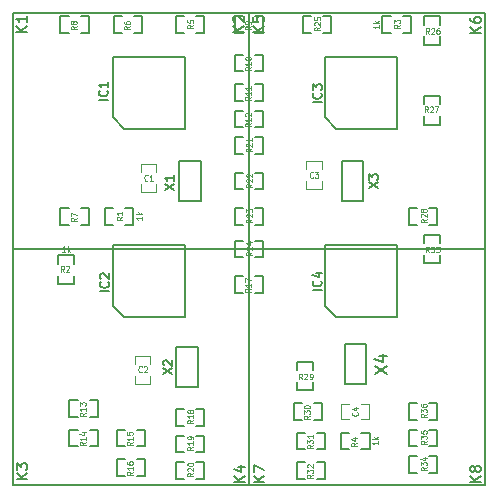
<source format=gto>
G04 (created by PCBNEW (2013-mar-13)-testing) date Wed 23 Jul 2014 10:13:11 AM PDT*
%MOIN*%
G04 Gerber Fmt 3.4, Leading zero omitted, Abs format*
%FSLAX34Y34*%
G01*
G70*
G90*
G04 APERTURE LIST*
%ADD10C,0.005906*%
%ADD11C,0.008000*%
%ADD12C,0.004700*%
%ADD13C,0.006000*%
%ADD14C,0.005000*%
%ADD15C,0.004500*%
G04 APERTURE END LIST*
G54D10*
G54D11*
X35283Y-35318D02*
X34933Y-35318D01*
X35283Y-35118D02*
X35083Y-35268D01*
X34933Y-35118D02*
X35133Y-35318D01*
X35083Y-34918D02*
X35066Y-34951D01*
X35050Y-34968D01*
X35016Y-34985D01*
X35000Y-34985D01*
X34966Y-34968D01*
X34950Y-34951D01*
X34933Y-34918D01*
X34933Y-34851D01*
X34950Y-34818D01*
X34966Y-34801D01*
X35000Y-34785D01*
X35016Y-34785D01*
X35050Y-34801D01*
X35066Y-34818D01*
X35083Y-34851D01*
X35083Y-34918D01*
X35100Y-34951D01*
X35116Y-34968D01*
X35150Y-34985D01*
X35216Y-34985D01*
X35250Y-34968D01*
X35266Y-34951D01*
X35283Y-34918D01*
X35283Y-34851D01*
X35266Y-34818D01*
X35250Y-34801D01*
X35216Y-34785D01*
X35150Y-34785D01*
X35116Y-34801D01*
X35100Y-34818D01*
X35083Y-34851D01*
X28063Y-35308D02*
X27713Y-35308D01*
X28063Y-35108D02*
X27863Y-35258D01*
X27713Y-35108D02*
X27913Y-35308D01*
X27713Y-34991D02*
X27713Y-34758D01*
X28063Y-34908D01*
X35293Y-20353D02*
X34943Y-20353D01*
X35293Y-20153D02*
X35093Y-20303D01*
X34943Y-20153D02*
X35143Y-20353D01*
X34943Y-19853D02*
X34943Y-19920D01*
X34960Y-19953D01*
X34976Y-19970D01*
X35026Y-20003D01*
X35093Y-20020D01*
X35226Y-20020D01*
X35260Y-20003D01*
X35276Y-19986D01*
X35293Y-19953D01*
X35293Y-19886D01*
X35276Y-19853D01*
X35260Y-19836D01*
X35226Y-19820D01*
X35143Y-19820D01*
X35110Y-19836D01*
X35093Y-19853D01*
X35076Y-19886D01*
X35076Y-19953D01*
X35093Y-19986D01*
X35110Y-20003D01*
X35143Y-20020D01*
X28058Y-20333D02*
X27708Y-20333D01*
X28058Y-20133D02*
X27858Y-20283D01*
X27708Y-20133D02*
X27908Y-20333D01*
X27708Y-19816D02*
X27708Y-19983D01*
X27875Y-20000D01*
X27858Y-19983D01*
X27841Y-19950D01*
X27841Y-19866D01*
X27858Y-19833D01*
X27875Y-19816D01*
X27908Y-19800D01*
X27991Y-19800D01*
X28025Y-19816D01*
X28041Y-19833D01*
X28058Y-19866D01*
X28058Y-19950D01*
X28041Y-19983D01*
X28025Y-20000D01*
X27423Y-35308D02*
X27073Y-35308D01*
X27423Y-35108D02*
X27223Y-35258D01*
X27073Y-35108D02*
X27273Y-35308D01*
X27190Y-34808D02*
X27423Y-34808D01*
X27056Y-34891D02*
X27306Y-34975D01*
X27306Y-34758D01*
X20163Y-35238D02*
X19813Y-35238D01*
X20163Y-35038D02*
X19963Y-35188D01*
X19813Y-35038D02*
X20013Y-35238D01*
X19813Y-34921D02*
X19813Y-34705D01*
X19946Y-34821D01*
X19946Y-34771D01*
X19963Y-34738D01*
X19980Y-34721D01*
X20013Y-34705D01*
X20096Y-34705D01*
X20130Y-34721D01*
X20146Y-34738D01*
X20163Y-34771D01*
X20163Y-34871D01*
X20146Y-34905D01*
X20130Y-34921D01*
X27388Y-20318D02*
X27038Y-20318D01*
X27388Y-20118D02*
X27188Y-20268D01*
X27038Y-20118D02*
X27238Y-20318D01*
X27071Y-19985D02*
X27055Y-19968D01*
X27038Y-19935D01*
X27038Y-19851D01*
X27055Y-19818D01*
X27071Y-19801D01*
X27105Y-19785D01*
X27138Y-19785D01*
X27188Y-19801D01*
X27388Y-20001D01*
X27388Y-19785D01*
X20158Y-20328D02*
X19808Y-20328D01*
X20158Y-20128D02*
X19958Y-20278D01*
X19808Y-20128D02*
X20008Y-20328D01*
X20158Y-19795D02*
X20158Y-19995D01*
X20158Y-19895D02*
X19808Y-19895D01*
X19858Y-19928D01*
X19891Y-19961D01*
X19908Y-19995D01*
G54D12*
X23956Y-25393D02*
X23956Y-25668D01*
X23956Y-24999D02*
X23956Y-24724D01*
X24468Y-25393D02*
X24468Y-25668D01*
X24468Y-24724D02*
X24468Y-24999D01*
X24462Y-25668D02*
X23962Y-25668D01*
X23962Y-24724D02*
X24462Y-24724D01*
G54D10*
X23622Y-19685D02*
X27559Y-19685D01*
X27559Y-19685D02*
X27559Y-27559D01*
X27559Y-27559D02*
X19685Y-27559D01*
X19685Y-27559D02*
X19685Y-19685D01*
X19685Y-19685D02*
X23818Y-19685D01*
X23622Y-27559D02*
X27559Y-27559D01*
X27559Y-27559D02*
X27559Y-35433D01*
X27559Y-35433D02*
X19685Y-35433D01*
X19685Y-35433D02*
X19685Y-27559D01*
X19685Y-27559D02*
X23818Y-27559D01*
X31496Y-19685D02*
X35433Y-19685D01*
X35433Y-19685D02*
X35433Y-27559D01*
X35433Y-27559D02*
X27559Y-27559D01*
X27559Y-27559D02*
X27559Y-19685D01*
X27559Y-19685D02*
X31692Y-19685D01*
X31496Y-27559D02*
X35433Y-27559D01*
X35433Y-27559D02*
X35433Y-35433D01*
X35433Y-35433D02*
X27559Y-35433D01*
X27559Y-35433D02*
X27559Y-27559D01*
X27559Y-27559D02*
X31692Y-27559D01*
G54D11*
X25236Y-25964D02*
X25236Y-24626D01*
X25236Y-24626D02*
X25944Y-24626D01*
X25944Y-24626D02*
X25944Y-25964D01*
X25944Y-25964D02*
X25236Y-25964D01*
X25138Y-32165D02*
X25138Y-30827D01*
X25138Y-30827D02*
X25846Y-30827D01*
X25846Y-30827D02*
X25846Y-32165D01*
X25846Y-32165D02*
X25138Y-32165D01*
X31357Y-24626D02*
X31357Y-25964D01*
X31357Y-25964D02*
X30649Y-25964D01*
X30649Y-25964D02*
X30649Y-24626D01*
X30649Y-24626D02*
X31357Y-24626D01*
X31456Y-30728D02*
X31456Y-32066D01*
X31456Y-32066D02*
X30748Y-32066D01*
X30748Y-32066D02*
X30748Y-30728D01*
X30748Y-30728D02*
X31456Y-30728D01*
G54D12*
X23759Y-31791D02*
X23759Y-32066D01*
X23759Y-31397D02*
X23759Y-31122D01*
X24271Y-31791D02*
X24271Y-32066D01*
X24271Y-31122D02*
X24271Y-31397D01*
X24265Y-32066D02*
X23765Y-32066D01*
X23765Y-31122D02*
X24265Y-31122D01*
G54D13*
X23012Y-23167D02*
X23012Y-21517D01*
X23012Y-21517D02*
X23012Y-21142D01*
X23012Y-21142D02*
X25412Y-21142D01*
X25412Y-21142D02*
X25412Y-23542D01*
X25412Y-23542D02*
X23387Y-23542D01*
X23387Y-23542D02*
X23012Y-23167D01*
X23012Y-29466D02*
X23012Y-27816D01*
X23012Y-27816D02*
X23012Y-27441D01*
X23012Y-27441D02*
X25412Y-27441D01*
X25412Y-27441D02*
X25412Y-29841D01*
X25412Y-29841D02*
X23387Y-29841D01*
X23387Y-29841D02*
X23012Y-29466D01*
X30099Y-23167D02*
X30099Y-21517D01*
X30099Y-21517D02*
X30099Y-21142D01*
X30099Y-21142D02*
X32499Y-21142D01*
X32499Y-21142D02*
X32499Y-23542D01*
X32499Y-23542D02*
X30474Y-23542D01*
X30474Y-23542D02*
X30099Y-23167D01*
X30099Y-29466D02*
X30099Y-27816D01*
X30099Y-27816D02*
X30099Y-27441D01*
X30099Y-27441D02*
X32499Y-27441D01*
X32499Y-27441D02*
X32499Y-29841D01*
X32499Y-29841D02*
X30474Y-29841D01*
X30474Y-29841D02*
X30099Y-29466D01*
G54D12*
X29468Y-25295D02*
X29468Y-25570D01*
X29468Y-24901D02*
X29468Y-24626D01*
X29980Y-25295D02*
X29980Y-25570D01*
X29980Y-24626D02*
X29980Y-24901D01*
X29974Y-25570D02*
X29474Y-25570D01*
X29474Y-24626D02*
X29974Y-24626D01*
X31299Y-33228D02*
X31574Y-33228D01*
X30905Y-33228D02*
X30630Y-33228D01*
X31299Y-32716D02*
X31574Y-32716D01*
X30630Y-32716D02*
X30905Y-32716D01*
X31574Y-32722D02*
X31574Y-33222D01*
X30630Y-33222D02*
X30630Y-32722D01*
G54D14*
X33169Y-32697D02*
X32891Y-32697D01*
X32891Y-32697D02*
X32891Y-33247D01*
X32891Y-33247D02*
X33169Y-33247D01*
X33841Y-32697D02*
X33563Y-32697D01*
X33841Y-32697D02*
X33841Y-33247D01*
X33841Y-33247D02*
X33563Y-33247D01*
X33169Y-33583D02*
X32891Y-33583D01*
X32891Y-33583D02*
X32891Y-34133D01*
X32891Y-34133D02*
X33169Y-34133D01*
X33841Y-33583D02*
X33563Y-33583D01*
X33841Y-33583D02*
X33841Y-34133D01*
X33841Y-34133D02*
X33563Y-34133D01*
X33169Y-34469D02*
X32891Y-34469D01*
X32891Y-34469D02*
X32891Y-35019D01*
X32891Y-35019D02*
X33169Y-35019D01*
X33841Y-34469D02*
X33563Y-34469D01*
X33841Y-34469D02*
X33841Y-35019D01*
X33841Y-35019D02*
X33563Y-35019D01*
X33936Y-27362D02*
X33936Y-27084D01*
X33936Y-27084D02*
X33386Y-27084D01*
X33386Y-27084D02*
X33386Y-27362D01*
X33936Y-28034D02*
X33936Y-27756D01*
X33936Y-28034D02*
X33386Y-28034D01*
X33386Y-28034D02*
X33386Y-27756D01*
X29822Y-35215D02*
X30100Y-35215D01*
X30100Y-35215D02*
X30100Y-34665D01*
X30100Y-34665D02*
X29822Y-34665D01*
X29150Y-35215D02*
X29428Y-35215D01*
X29150Y-35215D02*
X29150Y-34665D01*
X29150Y-34665D02*
X29428Y-34665D01*
X29822Y-34231D02*
X30100Y-34231D01*
X30100Y-34231D02*
X30100Y-33681D01*
X30100Y-33681D02*
X29822Y-33681D01*
X29150Y-34231D02*
X29428Y-34231D01*
X29150Y-34231D02*
X29150Y-33681D01*
X29150Y-33681D02*
X29428Y-33681D01*
X29724Y-33247D02*
X30002Y-33247D01*
X30002Y-33247D02*
X30002Y-32697D01*
X30002Y-32697D02*
X29724Y-32697D01*
X29052Y-33247D02*
X29330Y-33247D01*
X29052Y-33247D02*
X29052Y-32697D01*
X29052Y-32697D02*
X29330Y-32697D01*
X29704Y-31594D02*
X29704Y-31316D01*
X29704Y-31316D02*
X29154Y-31316D01*
X29154Y-31316D02*
X29154Y-31594D01*
X29704Y-32266D02*
X29704Y-31988D01*
X29704Y-32266D02*
X29154Y-32266D01*
X29154Y-32266D02*
X29154Y-31988D01*
X33169Y-26201D02*
X32891Y-26201D01*
X32891Y-26201D02*
X32891Y-26751D01*
X32891Y-26751D02*
X33169Y-26751D01*
X33841Y-26201D02*
X33563Y-26201D01*
X33841Y-26201D02*
X33841Y-26751D01*
X33841Y-26751D02*
X33563Y-26751D01*
X33386Y-23130D02*
X33386Y-23408D01*
X33386Y-23408D02*
X33936Y-23408D01*
X33936Y-23408D02*
X33936Y-23130D01*
X33386Y-22458D02*
X33386Y-22736D01*
X33386Y-22458D02*
X33936Y-22458D01*
X33936Y-22458D02*
X33936Y-22736D01*
X33936Y-20078D02*
X33936Y-19800D01*
X33936Y-19800D02*
X33386Y-19800D01*
X33386Y-19800D02*
X33386Y-20078D01*
X33936Y-20750D02*
X33936Y-20472D01*
X33936Y-20750D02*
X33386Y-20750D01*
X33386Y-20750D02*
X33386Y-20472D01*
X29625Y-19803D02*
X29347Y-19803D01*
X29347Y-19803D02*
X29347Y-20353D01*
X29347Y-20353D02*
X29625Y-20353D01*
X30297Y-19803D02*
X30019Y-19803D01*
X30297Y-19803D02*
X30297Y-20353D01*
X30297Y-20353D02*
X30019Y-20353D01*
X27362Y-27284D02*
X27084Y-27284D01*
X27084Y-27284D02*
X27084Y-27834D01*
X27084Y-27834D02*
X27362Y-27834D01*
X28034Y-27284D02*
X27756Y-27284D01*
X28034Y-27284D02*
X28034Y-27834D01*
X28034Y-27834D02*
X27756Y-27834D01*
X27362Y-26201D02*
X27084Y-26201D01*
X27084Y-26201D02*
X27084Y-26751D01*
X27084Y-26751D02*
X27362Y-26751D01*
X28034Y-26201D02*
X27756Y-26201D01*
X28034Y-26201D02*
X28034Y-26751D01*
X28034Y-26751D02*
X27756Y-26751D01*
X27362Y-25020D02*
X27084Y-25020D01*
X27084Y-25020D02*
X27084Y-25570D01*
X27084Y-25570D02*
X27362Y-25570D01*
X28034Y-25020D02*
X27756Y-25020D01*
X28034Y-25020D02*
X28034Y-25570D01*
X28034Y-25570D02*
X27756Y-25570D01*
X27362Y-23839D02*
X27084Y-23839D01*
X27084Y-23839D02*
X27084Y-24389D01*
X27084Y-24389D02*
X27362Y-24389D01*
X28034Y-23839D02*
X27756Y-23839D01*
X28034Y-23839D02*
X28034Y-24389D01*
X28034Y-24389D02*
X27756Y-24389D01*
X25393Y-34665D02*
X25115Y-34665D01*
X25115Y-34665D02*
X25115Y-35215D01*
X25115Y-35215D02*
X25393Y-35215D01*
X26065Y-34665D02*
X25787Y-34665D01*
X26065Y-34665D02*
X26065Y-35215D01*
X26065Y-35215D02*
X25787Y-35215D01*
X25393Y-33780D02*
X25115Y-33780D01*
X25115Y-33780D02*
X25115Y-34330D01*
X25115Y-34330D02*
X25393Y-34330D01*
X26065Y-33780D02*
X25787Y-33780D01*
X26065Y-33780D02*
X26065Y-34330D01*
X26065Y-34330D02*
X25787Y-34330D01*
X25393Y-32894D02*
X25115Y-32894D01*
X25115Y-32894D02*
X25115Y-33444D01*
X25115Y-33444D02*
X25393Y-33444D01*
X26065Y-32894D02*
X25787Y-32894D01*
X26065Y-32894D02*
X26065Y-33444D01*
X26065Y-33444D02*
X25787Y-33444D01*
X27756Y-29015D02*
X28034Y-29015D01*
X28034Y-29015D02*
X28034Y-28465D01*
X28034Y-28465D02*
X27756Y-28465D01*
X27084Y-29015D02*
X27362Y-29015D01*
X27084Y-29015D02*
X27084Y-28465D01*
X27084Y-28465D02*
X27362Y-28465D01*
X23819Y-35117D02*
X24097Y-35117D01*
X24097Y-35117D02*
X24097Y-34567D01*
X24097Y-34567D02*
X23819Y-34567D01*
X23147Y-35117D02*
X23425Y-35117D01*
X23147Y-35117D02*
X23147Y-34567D01*
X23147Y-34567D02*
X23425Y-34567D01*
X23819Y-34133D02*
X24097Y-34133D01*
X24097Y-34133D02*
X24097Y-33583D01*
X24097Y-33583D02*
X23819Y-33583D01*
X23147Y-34133D02*
X23425Y-34133D01*
X23147Y-34133D02*
X23147Y-33583D01*
X23147Y-33583D02*
X23425Y-33583D01*
X22244Y-34133D02*
X22522Y-34133D01*
X22522Y-34133D02*
X22522Y-33583D01*
X22522Y-33583D02*
X22244Y-33583D01*
X21572Y-34133D02*
X21850Y-34133D01*
X21572Y-34133D02*
X21572Y-33583D01*
X21572Y-33583D02*
X21850Y-33583D01*
X22244Y-33149D02*
X22522Y-33149D01*
X22522Y-33149D02*
X22522Y-32599D01*
X22522Y-32599D02*
X22244Y-32599D01*
X21572Y-33149D02*
X21850Y-33149D01*
X21572Y-33149D02*
X21572Y-32599D01*
X21572Y-32599D02*
X21850Y-32599D01*
X27756Y-23503D02*
X28034Y-23503D01*
X28034Y-23503D02*
X28034Y-22953D01*
X28034Y-22953D02*
X27756Y-22953D01*
X27084Y-23503D02*
X27362Y-23503D01*
X27084Y-23503D02*
X27084Y-22953D01*
X27084Y-22953D02*
X27362Y-22953D01*
X27756Y-22617D02*
X28034Y-22617D01*
X28034Y-22617D02*
X28034Y-22067D01*
X28034Y-22067D02*
X27756Y-22067D01*
X27084Y-22617D02*
X27362Y-22617D01*
X27084Y-22617D02*
X27084Y-22067D01*
X27084Y-22067D02*
X27362Y-22067D01*
X27756Y-21633D02*
X28034Y-21633D01*
X28034Y-21633D02*
X28034Y-21083D01*
X28034Y-21083D02*
X27756Y-21083D01*
X27084Y-21633D02*
X27362Y-21633D01*
X27084Y-21633D02*
X27084Y-21083D01*
X27084Y-21083D02*
X27362Y-21083D01*
X27756Y-20353D02*
X28034Y-20353D01*
X28034Y-20353D02*
X28034Y-19803D01*
X28034Y-19803D02*
X27756Y-19803D01*
X27084Y-20353D02*
X27362Y-20353D01*
X27084Y-20353D02*
X27084Y-19803D01*
X27084Y-19803D02*
X27362Y-19803D01*
X21948Y-20353D02*
X22226Y-20353D01*
X22226Y-20353D02*
X22226Y-19803D01*
X22226Y-19803D02*
X21948Y-19803D01*
X21276Y-20353D02*
X21554Y-20353D01*
X21276Y-20353D02*
X21276Y-19803D01*
X21276Y-19803D02*
X21554Y-19803D01*
X21948Y-26751D02*
X22226Y-26751D01*
X22226Y-26751D02*
X22226Y-26201D01*
X22226Y-26201D02*
X21948Y-26201D01*
X21276Y-26751D02*
X21554Y-26751D01*
X21276Y-26751D02*
X21276Y-26201D01*
X21276Y-26201D02*
X21554Y-26201D01*
X23720Y-20353D02*
X23998Y-20353D01*
X23998Y-20353D02*
X23998Y-19803D01*
X23998Y-19803D02*
X23720Y-19803D01*
X23048Y-20353D02*
X23326Y-20353D01*
X23048Y-20353D02*
X23048Y-19803D01*
X23048Y-19803D02*
X23326Y-19803D01*
X25393Y-19803D02*
X25115Y-19803D01*
X25115Y-19803D02*
X25115Y-20353D01*
X25115Y-20353D02*
X25393Y-20353D01*
X26065Y-19803D02*
X25787Y-19803D01*
X26065Y-19803D02*
X26065Y-20353D01*
X26065Y-20353D02*
X25787Y-20353D01*
X31299Y-34231D02*
X31577Y-34231D01*
X31577Y-34231D02*
X31577Y-33681D01*
X31577Y-33681D02*
X31299Y-33681D01*
X30627Y-34231D02*
X30905Y-34231D01*
X30627Y-34231D02*
X30627Y-33681D01*
X30627Y-33681D02*
X30905Y-33681D01*
X32283Y-19803D02*
X32005Y-19803D01*
X32005Y-19803D02*
X32005Y-20353D01*
X32005Y-20353D02*
X32283Y-20353D01*
X32955Y-19803D02*
X32677Y-19803D01*
X32955Y-19803D02*
X32955Y-20353D01*
X32955Y-20353D02*
X32677Y-20353D01*
X21181Y-28445D02*
X21181Y-28723D01*
X21181Y-28723D02*
X21731Y-28723D01*
X21731Y-28723D02*
X21731Y-28445D01*
X21181Y-27773D02*
X21181Y-28051D01*
X21181Y-27773D02*
X21731Y-27773D01*
X21731Y-27773D02*
X21731Y-28051D01*
X23031Y-26201D02*
X22753Y-26201D01*
X22753Y-26201D02*
X22753Y-26751D01*
X22753Y-26751D02*
X23031Y-26751D01*
X23703Y-26201D02*
X23425Y-26201D01*
X23703Y-26201D02*
X23703Y-26751D01*
X23703Y-26751D02*
X23425Y-26751D01*
G54D15*
X24182Y-25268D02*
X24174Y-25277D01*
X24148Y-25287D01*
X24131Y-25287D01*
X24105Y-25277D01*
X24088Y-25258D01*
X24079Y-25239D01*
X24071Y-25201D01*
X24071Y-25173D01*
X24079Y-25134D01*
X24088Y-25115D01*
X24105Y-25096D01*
X24131Y-25087D01*
X24148Y-25087D01*
X24174Y-25096D01*
X24182Y-25106D01*
X24354Y-25287D02*
X24251Y-25287D01*
X24302Y-25287D02*
X24302Y-25087D01*
X24285Y-25115D01*
X24268Y-25134D01*
X24251Y-25144D01*
G54D13*
X24756Y-25577D02*
X25056Y-25377D01*
X24756Y-25377D02*
X25056Y-25577D01*
X25056Y-25106D02*
X25056Y-25277D01*
X25056Y-25191D02*
X24756Y-25191D01*
X24799Y-25220D01*
X24828Y-25248D01*
X24842Y-25277D01*
X24697Y-31738D02*
X24997Y-31538D01*
X24697Y-31538D02*
X24997Y-31738D01*
X24726Y-31438D02*
X24712Y-31424D01*
X24697Y-31396D01*
X24697Y-31324D01*
X24712Y-31296D01*
X24726Y-31281D01*
X24755Y-31267D01*
X24783Y-31267D01*
X24826Y-31281D01*
X24997Y-31453D01*
X24997Y-31267D01*
X31548Y-25538D02*
X31848Y-25338D01*
X31548Y-25338D02*
X31848Y-25538D01*
X31548Y-25252D02*
X31548Y-25066D01*
X31662Y-25166D01*
X31662Y-25123D01*
X31676Y-25095D01*
X31691Y-25080D01*
X31719Y-25066D01*
X31791Y-25066D01*
X31819Y-25080D01*
X31834Y-25095D01*
X31848Y-25123D01*
X31848Y-25209D01*
X31834Y-25238D01*
X31819Y-25252D01*
G54D11*
X31749Y-31721D02*
X32149Y-31454D01*
X31749Y-31454D02*
X32149Y-31721D01*
X31882Y-31130D02*
X32149Y-31130D01*
X31730Y-31226D02*
X32015Y-31321D01*
X32015Y-31073D01*
G54D15*
X23985Y-31646D02*
X23977Y-31655D01*
X23951Y-31665D01*
X23934Y-31665D01*
X23908Y-31655D01*
X23891Y-31636D01*
X23882Y-31617D01*
X23874Y-31579D01*
X23874Y-31550D01*
X23882Y-31512D01*
X23891Y-31493D01*
X23908Y-31474D01*
X23934Y-31465D01*
X23951Y-31465D01*
X23977Y-31474D01*
X23985Y-31484D01*
X24054Y-31484D02*
X24062Y-31474D01*
X24080Y-31465D01*
X24122Y-31465D01*
X24140Y-31474D01*
X24148Y-31484D01*
X24157Y-31503D01*
X24157Y-31522D01*
X24148Y-31550D01*
X24045Y-31665D01*
X24157Y-31665D01*
G54D13*
X22852Y-22596D02*
X22552Y-22596D01*
X22823Y-22281D02*
X22837Y-22296D01*
X22852Y-22338D01*
X22852Y-22367D01*
X22837Y-22410D01*
X22809Y-22438D01*
X22780Y-22453D01*
X22723Y-22467D01*
X22680Y-22467D01*
X22623Y-22453D01*
X22595Y-22438D01*
X22566Y-22410D01*
X22552Y-22367D01*
X22552Y-22338D01*
X22566Y-22296D01*
X22580Y-22281D01*
X22852Y-21996D02*
X22852Y-22167D01*
X22852Y-22081D02*
X22552Y-22081D01*
X22595Y-22110D01*
X22623Y-22138D01*
X22637Y-22167D01*
X22891Y-28973D02*
X22591Y-28973D01*
X22863Y-28659D02*
X22877Y-28673D01*
X22891Y-28716D01*
X22891Y-28745D01*
X22877Y-28788D01*
X22848Y-28816D01*
X22820Y-28831D01*
X22763Y-28845D01*
X22720Y-28845D01*
X22663Y-28831D01*
X22634Y-28816D01*
X22605Y-28788D01*
X22591Y-28745D01*
X22591Y-28716D01*
X22605Y-28673D01*
X22620Y-28659D01*
X22620Y-28545D02*
X22605Y-28531D01*
X22591Y-28502D01*
X22591Y-28431D01*
X22605Y-28402D01*
X22620Y-28388D01*
X22648Y-28373D01*
X22677Y-28373D01*
X22720Y-28388D01*
X22891Y-28559D01*
X22891Y-28373D01*
X29978Y-22674D02*
X29678Y-22674D01*
X29949Y-22360D02*
X29963Y-22374D01*
X29978Y-22417D01*
X29978Y-22446D01*
X29963Y-22489D01*
X29935Y-22517D01*
X29906Y-22531D01*
X29849Y-22546D01*
X29806Y-22546D01*
X29749Y-22531D01*
X29721Y-22517D01*
X29692Y-22489D01*
X29678Y-22446D01*
X29678Y-22417D01*
X29692Y-22374D01*
X29706Y-22360D01*
X29678Y-22260D02*
X29678Y-22074D01*
X29792Y-22174D01*
X29792Y-22131D01*
X29806Y-22103D01*
X29821Y-22089D01*
X29849Y-22074D01*
X29921Y-22074D01*
X29949Y-22089D01*
X29963Y-22103D01*
X29978Y-22131D01*
X29978Y-22217D01*
X29963Y-22246D01*
X29949Y-22260D01*
X29978Y-28934D02*
X29678Y-28934D01*
X29949Y-28620D02*
X29963Y-28634D01*
X29978Y-28677D01*
X29978Y-28706D01*
X29963Y-28748D01*
X29935Y-28777D01*
X29906Y-28791D01*
X29849Y-28806D01*
X29806Y-28806D01*
X29749Y-28791D01*
X29721Y-28777D01*
X29692Y-28748D01*
X29678Y-28706D01*
X29678Y-28677D01*
X29692Y-28634D01*
X29706Y-28620D01*
X29778Y-28363D02*
X29978Y-28363D01*
X29663Y-28434D02*
X29878Y-28506D01*
X29878Y-28320D01*
G54D15*
X29694Y-25169D02*
X29685Y-25179D01*
X29660Y-25188D01*
X29642Y-25188D01*
X29617Y-25179D01*
X29600Y-25160D01*
X29591Y-25141D01*
X29582Y-25103D01*
X29582Y-25074D01*
X29591Y-25036D01*
X29600Y-25017D01*
X29617Y-24998D01*
X29642Y-24988D01*
X29660Y-24988D01*
X29685Y-24998D01*
X29694Y-25007D01*
X29754Y-24988D02*
X29865Y-24988D01*
X29805Y-25065D01*
X29831Y-25065D01*
X29848Y-25074D01*
X29857Y-25084D01*
X29865Y-25103D01*
X29865Y-25150D01*
X29857Y-25169D01*
X29848Y-25179D01*
X29831Y-25188D01*
X29780Y-25188D01*
X29762Y-25179D01*
X29754Y-25169D01*
X31173Y-33002D02*
X31183Y-33011D01*
X31192Y-33036D01*
X31192Y-33053D01*
X31183Y-33079D01*
X31164Y-33096D01*
X31145Y-33105D01*
X31107Y-33113D01*
X31078Y-33113D01*
X31040Y-33105D01*
X31021Y-33096D01*
X31002Y-33079D01*
X30992Y-33053D01*
X30992Y-33036D01*
X31002Y-33011D01*
X31011Y-33002D01*
X31059Y-32848D02*
X31192Y-32848D01*
X30983Y-32891D02*
X31126Y-32933D01*
X31126Y-32822D01*
X33480Y-33063D02*
X33386Y-33123D01*
X33480Y-33166D02*
X33283Y-33166D01*
X33283Y-33097D01*
X33292Y-33080D01*
X33302Y-33071D01*
X33320Y-33063D01*
X33348Y-33063D01*
X33367Y-33071D01*
X33377Y-33080D01*
X33386Y-33097D01*
X33386Y-33166D01*
X33283Y-33003D02*
X33283Y-32891D01*
X33358Y-32951D01*
X33358Y-32926D01*
X33367Y-32908D01*
X33377Y-32900D01*
X33395Y-32891D01*
X33442Y-32891D01*
X33461Y-32900D01*
X33470Y-32908D01*
X33480Y-32926D01*
X33480Y-32977D01*
X33470Y-32994D01*
X33461Y-33003D01*
X33283Y-32737D02*
X33283Y-32771D01*
X33292Y-32788D01*
X33302Y-32797D01*
X33330Y-32814D01*
X33367Y-32823D01*
X33442Y-32823D01*
X33461Y-32814D01*
X33470Y-32806D01*
X33480Y-32788D01*
X33480Y-32754D01*
X33470Y-32737D01*
X33461Y-32728D01*
X33442Y-32720D01*
X33395Y-32720D01*
X33377Y-32728D01*
X33367Y-32737D01*
X33358Y-32754D01*
X33358Y-32788D01*
X33367Y-32806D01*
X33377Y-32814D01*
X33395Y-32823D01*
X33480Y-33948D02*
X33386Y-34008D01*
X33480Y-34051D02*
X33283Y-34051D01*
X33283Y-33983D01*
X33292Y-33966D01*
X33302Y-33957D01*
X33320Y-33948D01*
X33348Y-33948D01*
X33367Y-33957D01*
X33377Y-33966D01*
X33386Y-33983D01*
X33386Y-34051D01*
X33283Y-33888D02*
X33283Y-33777D01*
X33358Y-33837D01*
X33358Y-33811D01*
X33367Y-33794D01*
X33377Y-33786D01*
X33395Y-33777D01*
X33442Y-33777D01*
X33461Y-33786D01*
X33470Y-33794D01*
X33480Y-33811D01*
X33480Y-33863D01*
X33470Y-33880D01*
X33461Y-33888D01*
X33283Y-33614D02*
X33283Y-33700D01*
X33377Y-33708D01*
X33367Y-33700D01*
X33358Y-33683D01*
X33358Y-33640D01*
X33367Y-33623D01*
X33377Y-33614D01*
X33395Y-33606D01*
X33442Y-33606D01*
X33461Y-33614D01*
X33470Y-33623D01*
X33480Y-33640D01*
X33480Y-33683D01*
X33470Y-33700D01*
X33461Y-33708D01*
X33480Y-34834D02*
X33386Y-34894D01*
X33480Y-34937D02*
X33283Y-34937D01*
X33283Y-34869D01*
X33292Y-34851D01*
X33302Y-34843D01*
X33320Y-34834D01*
X33348Y-34834D01*
X33367Y-34843D01*
X33377Y-34851D01*
X33386Y-34869D01*
X33386Y-34937D01*
X33283Y-34774D02*
X33283Y-34663D01*
X33358Y-34723D01*
X33358Y-34697D01*
X33367Y-34680D01*
X33377Y-34671D01*
X33395Y-34663D01*
X33442Y-34663D01*
X33461Y-34671D01*
X33470Y-34680D01*
X33480Y-34697D01*
X33480Y-34749D01*
X33470Y-34766D01*
X33461Y-34774D01*
X33348Y-34509D02*
X33480Y-34509D01*
X33273Y-34551D02*
X33414Y-34594D01*
X33414Y-34483D01*
X33570Y-27673D02*
X33510Y-27579D01*
X33467Y-27673D02*
X33467Y-27476D01*
X33536Y-27476D01*
X33553Y-27485D01*
X33562Y-27494D01*
X33570Y-27513D01*
X33570Y-27541D01*
X33562Y-27560D01*
X33553Y-27569D01*
X33536Y-27579D01*
X33467Y-27579D01*
X33630Y-27476D02*
X33742Y-27476D01*
X33682Y-27551D01*
X33707Y-27551D01*
X33724Y-27560D01*
X33733Y-27569D01*
X33742Y-27588D01*
X33742Y-27635D01*
X33733Y-27654D01*
X33724Y-27663D01*
X33707Y-27673D01*
X33656Y-27673D01*
X33639Y-27663D01*
X33630Y-27654D01*
X33802Y-27476D02*
X33913Y-27476D01*
X33853Y-27551D01*
X33879Y-27551D01*
X33896Y-27560D01*
X33904Y-27569D01*
X33913Y-27588D01*
X33913Y-27635D01*
X33904Y-27654D01*
X33896Y-27663D01*
X33879Y-27673D01*
X33827Y-27673D01*
X33810Y-27663D01*
X33802Y-27654D01*
X29690Y-35081D02*
X29596Y-35141D01*
X29690Y-35184D02*
X29493Y-35184D01*
X29493Y-35115D01*
X29502Y-35098D01*
X29511Y-35090D01*
X29530Y-35081D01*
X29558Y-35081D01*
X29577Y-35090D01*
X29586Y-35098D01*
X29596Y-35115D01*
X29596Y-35184D01*
X29493Y-35021D02*
X29493Y-34910D01*
X29568Y-34970D01*
X29568Y-34944D01*
X29577Y-34927D01*
X29586Y-34918D01*
X29605Y-34910D01*
X29652Y-34910D01*
X29671Y-34918D01*
X29680Y-34927D01*
X29690Y-34944D01*
X29690Y-34995D01*
X29680Y-35013D01*
X29671Y-35021D01*
X29511Y-34841D02*
X29502Y-34833D01*
X29493Y-34815D01*
X29493Y-34773D01*
X29502Y-34755D01*
X29511Y-34747D01*
X29530Y-34738D01*
X29549Y-34738D01*
X29577Y-34747D01*
X29690Y-34850D01*
X29690Y-34738D01*
X29690Y-34097D02*
X29596Y-34157D01*
X29690Y-34200D02*
X29493Y-34200D01*
X29493Y-34131D01*
X29502Y-34114D01*
X29511Y-34105D01*
X29530Y-34097D01*
X29558Y-34097D01*
X29577Y-34105D01*
X29586Y-34114D01*
X29596Y-34131D01*
X29596Y-34200D01*
X29493Y-34037D02*
X29493Y-33925D01*
X29568Y-33985D01*
X29568Y-33960D01*
X29577Y-33943D01*
X29586Y-33934D01*
X29605Y-33925D01*
X29652Y-33925D01*
X29671Y-33934D01*
X29680Y-33943D01*
X29690Y-33960D01*
X29690Y-34011D01*
X29680Y-34028D01*
X29671Y-34037D01*
X29690Y-33754D02*
X29690Y-33857D01*
X29690Y-33805D02*
X29493Y-33805D01*
X29521Y-33823D01*
X29540Y-33840D01*
X29549Y-33857D01*
X29591Y-33113D02*
X29497Y-33173D01*
X29591Y-33216D02*
X29394Y-33216D01*
X29394Y-33147D01*
X29404Y-33130D01*
X29413Y-33121D01*
X29432Y-33113D01*
X29460Y-33113D01*
X29479Y-33121D01*
X29488Y-33130D01*
X29497Y-33147D01*
X29497Y-33216D01*
X29394Y-33053D02*
X29394Y-32941D01*
X29469Y-33001D01*
X29469Y-32976D01*
X29479Y-32958D01*
X29488Y-32950D01*
X29507Y-32941D01*
X29554Y-32941D01*
X29572Y-32950D01*
X29582Y-32958D01*
X29591Y-32976D01*
X29591Y-33027D01*
X29582Y-33044D01*
X29572Y-33053D01*
X29394Y-32830D02*
X29394Y-32813D01*
X29404Y-32796D01*
X29413Y-32787D01*
X29432Y-32778D01*
X29469Y-32770D01*
X29516Y-32770D01*
X29554Y-32778D01*
X29572Y-32787D01*
X29582Y-32796D01*
X29591Y-32813D01*
X29591Y-32830D01*
X29582Y-32847D01*
X29572Y-32856D01*
X29554Y-32864D01*
X29516Y-32873D01*
X29469Y-32873D01*
X29432Y-32864D01*
X29413Y-32856D01*
X29404Y-32847D01*
X29394Y-32830D01*
X29338Y-31905D02*
X29278Y-31811D01*
X29235Y-31905D02*
X29235Y-31708D01*
X29304Y-31708D01*
X29321Y-31717D01*
X29329Y-31727D01*
X29338Y-31745D01*
X29338Y-31774D01*
X29329Y-31792D01*
X29321Y-31802D01*
X29304Y-31811D01*
X29235Y-31811D01*
X29406Y-31727D02*
X29415Y-31717D01*
X29432Y-31708D01*
X29475Y-31708D01*
X29492Y-31717D01*
X29501Y-31727D01*
X29509Y-31745D01*
X29509Y-31764D01*
X29501Y-31792D01*
X29398Y-31905D01*
X29509Y-31905D01*
X29595Y-31905D02*
X29629Y-31905D01*
X29646Y-31896D01*
X29655Y-31886D01*
X29672Y-31858D01*
X29681Y-31821D01*
X29681Y-31745D01*
X29672Y-31727D01*
X29664Y-31717D01*
X29646Y-31708D01*
X29612Y-31708D01*
X29595Y-31717D01*
X29586Y-31727D01*
X29578Y-31745D01*
X29578Y-31792D01*
X29586Y-31811D01*
X29595Y-31821D01*
X29612Y-31830D01*
X29646Y-31830D01*
X29664Y-31821D01*
X29672Y-31811D01*
X29681Y-31792D01*
X33480Y-26567D02*
X33386Y-26627D01*
X33480Y-26669D02*
X33283Y-26669D01*
X33283Y-26601D01*
X33292Y-26584D01*
X33302Y-26575D01*
X33320Y-26567D01*
X33348Y-26567D01*
X33367Y-26575D01*
X33377Y-26584D01*
X33386Y-26601D01*
X33386Y-26669D01*
X33302Y-26498D02*
X33292Y-26489D01*
X33283Y-26472D01*
X33283Y-26429D01*
X33292Y-26412D01*
X33302Y-26404D01*
X33320Y-26395D01*
X33339Y-26395D01*
X33367Y-26404D01*
X33480Y-26507D01*
X33480Y-26395D01*
X33367Y-26292D02*
X33358Y-26309D01*
X33348Y-26318D01*
X33330Y-26327D01*
X33320Y-26327D01*
X33302Y-26318D01*
X33292Y-26309D01*
X33283Y-26292D01*
X33283Y-26258D01*
X33292Y-26241D01*
X33302Y-26232D01*
X33320Y-26224D01*
X33330Y-26224D01*
X33348Y-26232D01*
X33358Y-26241D01*
X33367Y-26258D01*
X33367Y-26292D01*
X33377Y-26309D01*
X33386Y-26318D01*
X33405Y-26327D01*
X33442Y-26327D01*
X33461Y-26318D01*
X33470Y-26309D01*
X33480Y-26292D01*
X33480Y-26258D01*
X33470Y-26241D01*
X33461Y-26232D01*
X33442Y-26224D01*
X33405Y-26224D01*
X33386Y-26232D01*
X33377Y-26241D01*
X33367Y-26258D01*
X33520Y-22997D02*
X33460Y-22903D01*
X33417Y-22997D02*
X33417Y-22800D01*
X33486Y-22800D01*
X33503Y-22809D01*
X33512Y-22818D01*
X33520Y-22837D01*
X33520Y-22865D01*
X33512Y-22884D01*
X33503Y-22893D01*
X33486Y-22903D01*
X33417Y-22903D01*
X33589Y-22818D02*
X33597Y-22809D01*
X33614Y-22800D01*
X33657Y-22800D01*
X33674Y-22809D01*
X33683Y-22818D01*
X33692Y-22837D01*
X33692Y-22856D01*
X33683Y-22884D01*
X33580Y-22997D01*
X33692Y-22997D01*
X33752Y-22800D02*
X33872Y-22800D01*
X33794Y-22997D01*
X33570Y-20389D02*
X33510Y-20295D01*
X33467Y-20389D02*
X33467Y-20192D01*
X33536Y-20192D01*
X33553Y-20202D01*
X33562Y-20211D01*
X33570Y-20230D01*
X33570Y-20258D01*
X33562Y-20277D01*
X33553Y-20286D01*
X33536Y-20295D01*
X33467Y-20295D01*
X33639Y-20211D02*
X33647Y-20202D01*
X33664Y-20192D01*
X33707Y-20192D01*
X33724Y-20202D01*
X33733Y-20211D01*
X33742Y-20230D01*
X33742Y-20248D01*
X33733Y-20277D01*
X33630Y-20389D01*
X33742Y-20389D01*
X33896Y-20192D02*
X33862Y-20192D01*
X33844Y-20202D01*
X33836Y-20211D01*
X33819Y-20239D01*
X33810Y-20277D01*
X33810Y-20352D01*
X33819Y-20370D01*
X33827Y-20380D01*
X33844Y-20389D01*
X33879Y-20389D01*
X33896Y-20380D01*
X33904Y-20370D01*
X33913Y-20352D01*
X33913Y-20305D01*
X33904Y-20286D01*
X33896Y-20277D01*
X33879Y-20267D01*
X33844Y-20267D01*
X33827Y-20277D01*
X33819Y-20286D01*
X33810Y-20305D01*
X29936Y-20169D02*
X29843Y-20229D01*
X29936Y-20272D02*
X29739Y-20272D01*
X29739Y-20203D01*
X29749Y-20186D01*
X29758Y-20178D01*
X29777Y-20169D01*
X29805Y-20169D01*
X29824Y-20178D01*
X29833Y-20186D01*
X29843Y-20203D01*
X29843Y-20272D01*
X29758Y-20100D02*
X29749Y-20092D01*
X29739Y-20075D01*
X29739Y-20032D01*
X29749Y-20015D01*
X29758Y-20006D01*
X29777Y-19998D01*
X29796Y-19998D01*
X29824Y-20006D01*
X29936Y-20109D01*
X29936Y-19998D01*
X29739Y-19835D02*
X29739Y-19920D01*
X29833Y-19929D01*
X29824Y-19920D01*
X29815Y-19903D01*
X29815Y-19860D01*
X29824Y-19843D01*
X29833Y-19835D01*
X29852Y-19826D01*
X29899Y-19826D01*
X29918Y-19835D01*
X29927Y-19843D01*
X29936Y-19860D01*
X29936Y-19903D01*
X29927Y-19920D01*
X29918Y-19929D01*
X27673Y-27649D02*
X27579Y-27709D01*
X27673Y-27752D02*
X27476Y-27752D01*
X27476Y-27684D01*
X27485Y-27666D01*
X27494Y-27658D01*
X27513Y-27649D01*
X27541Y-27649D01*
X27560Y-27658D01*
X27569Y-27666D01*
X27579Y-27684D01*
X27579Y-27752D01*
X27494Y-27581D02*
X27485Y-27572D01*
X27476Y-27555D01*
X27476Y-27512D01*
X27485Y-27495D01*
X27494Y-27486D01*
X27513Y-27478D01*
X27532Y-27478D01*
X27560Y-27486D01*
X27673Y-27589D01*
X27673Y-27478D01*
X27541Y-27324D02*
X27673Y-27324D01*
X27466Y-27366D02*
X27607Y-27409D01*
X27607Y-27298D01*
X27673Y-26567D02*
X27579Y-26627D01*
X27673Y-26669D02*
X27476Y-26669D01*
X27476Y-26601D01*
X27485Y-26584D01*
X27494Y-26575D01*
X27513Y-26567D01*
X27541Y-26567D01*
X27560Y-26575D01*
X27569Y-26584D01*
X27579Y-26601D01*
X27579Y-26669D01*
X27494Y-26498D02*
X27485Y-26489D01*
X27476Y-26472D01*
X27476Y-26429D01*
X27485Y-26412D01*
X27494Y-26404D01*
X27513Y-26395D01*
X27532Y-26395D01*
X27560Y-26404D01*
X27673Y-26507D01*
X27673Y-26395D01*
X27476Y-26335D02*
X27476Y-26224D01*
X27551Y-26284D01*
X27551Y-26258D01*
X27560Y-26241D01*
X27569Y-26232D01*
X27588Y-26224D01*
X27635Y-26224D01*
X27654Y-26232D01*
X27663Y-26241D01*
X27673Y-26258D01*
X27673Y-26309D01*
X27663Y-26327D01*
X27654Y-26335D01*
X27673Y-25385D02*
X27579Y-25445D01*
X27673Y-25488D02*
X27476Y-25488D01*
X27476Y-25420D01*
X27485Y-25403D01*
X27494Y-25394D01*
X27513Y-25385D01*
X27541Y-25385D01*
X27560Y-25394D01*
X27569Y-25403D01*
X27579Y-25420D01*
X27579Y-25488D01*
X27494Y-25317D02*
X27485Y-25308D01*
X27476Y-25291D01*
X27476Y-25248D01*
X27485Y-25231D01*
X27494Y-25223D01*
X27513Y-25214D01*
X27532Y-25214D01*
X27560Y-25223D01*
X27673Y-25325D01*
X27673Y-25214D01*
X27494Y-25145D02*
X27485Y-25137D01*
X27476Y-25120D01*
X27476Y-25077D01*
X27485Y-25060D01*
X27494Y-25051D01*
X27513Y-25043D01*
X27532Y-25043D01*
X27560Y-25051D01*
X27673Y-25154D01*
X27673Y-25043D01*
X27673Y-24204D02*
X27579Y-24264D01*
X27673Y-24307D02*
X27476Y-24307D01*
X27476Y-24239D01*
X27485Y-24222D01*
X27494Y-24213D01*
X27513Y-24204D01*
X27541Y-24204D01*
X27560Y-24213D01*
X27569Y-24222D01*
X27579Y-24239D01*
X27579Y-24307D01*
X27494Y-24136D02*
X27485Y-24127D01*
X27476Y-24110D01*
X27476Y-24067D01*
X27485Y-24050D01*
X27494Y-24042D01*
X27513Y-24033D01*
X27532Y-24033D01*
X27560Y-24042D01*
X27673Y-24144D01*
X27673Y-24033D01*
X27673Y-23862D02*
X27673Y-23964D01*
X27673Y-23913D02*
X27476Y-23913D01*
X27504Y-23930D01*
X27523Y-23947D01*
X27532Y-23964D01*
X25704Y-35031D02*
X25610Y-35091D01*
X25704Y-35134D02*
X25507Y-35134D01*
X25507Y-35065D01*
X25517Y-35048D01*
X25526Y-35040D01*
X25545Y-35031D01*
X25573Y-35031D01*
X25592Y-35040D01*
X25601Y-35048D01*
X25610Y-35065D01*
X25610Y-35134D01*
X25526Y-34963D02*
X25517Y-34954D01*
X25507Y-34937D01*
X25507Y-34894D01*
X25517Y-34877D01*
X25526Y-34868D01*
X25545Y-34860D01*
X25563Y-34860D01*
X25592Y-34868D01*
X25704Y-34971D01*
X25704Y-34860D01*
X25507Y-34748D02*
X25507Y-34731D01*
X25517Y-34714D01*
X25526Y-34705D01*
X25545Y-34697D01*
X25582Y-34688D01*
X25629Y-34688D01*
X25667Y-34697D01*
X25685Y-34705D01*
X25695Y-34714D01*
X25704Y-34731D01*
X25704Y-34748D01*
X25695Y-34765D01*
X25685Y-34774D01*
X25667Y-34783D01*
X25629Y-34791D01*
X25582Y-34791D01*
X25545Y-34783D01*
X25526Y-34774D01*
X25517Y-34765D01*
X25507Y-34748D01*
X25704Y-34145D02*
X25610Y-34205D01*
X25704Y-34248D02*
X25507Y-34248D01*
X25507Y-34180D01*
X25517Y-34162D01*
X25526Y-34154D01*
X25545Y-34145D01*
X25573Y-34145D01*
X25592Y-34154D01*
X25601Y-34162D01*
X25610Y-34180D01*
X25610Y-34248D01*
X25704Y-33974D02*
X25704Y-34077D01*
X25704Y-34025D02*
X25507Y-34025D01*
X25535Y-34042D01*
X25554Y-34060D01*
X25563Y-34077D01*
X25704Y-33888D02*
X25704Y-33854D01*
X25695Y-33837D01*
X25685Y-33828D01*
X25657Y-33811D01*
X25620Y-33802D01*
X25545Y-33802D01*
X25526Y-33811D01*
X25517Y-33820D01*
X25507Y-33837D01*
X25507Y-33871D01*
X25517Y-33888D01*
X25526Y-33897D01*
X25545Y-33905D01*
X25592Y-33905D01*
X25610Y-33897D01*
X25620Y-33888D01*
X25629Y-33871D01*
X25629Y-33837D01*
X25620Y-33820D01*
X25610Y-33811D01*
X25592Y-33802D01*
X25704Y-33260D02*
X25610Y-33320D01*
X25704Y-33362D02*
X25507Y-33362D01*
X25507Y-33294D01*
X25517Y-33277D01*
X25526Y-33268D01*
X25545Y-33260D01*
X25573Y-33260D01*
X25592Y-33268D01*
X25601Y-33277D01*
X25610Y-33294D01*
X25610Y-33362D01*
X25704Y-33088D02*
X25704Y-33191D01*
X25704Y-33140D02*
X25507Y-33140D01*
X25535Y-33157D01*
X25554Y-33174D01*
X25563Y-33191D01*
X25592Y-32985D02*
X25582Y-33002D01*
X25573Y-33011D01*
X25554Y-33020D01*
X25545Y-33020D01*
X25526Y-33011D01*
X25517Y-33002D01*
X25507Y-32985D01*
X25507Y-32951D01*
X25517Y-32934D01*
X25526Y-32925D01*
X25545Y-32917D01*
X25554Y-32917D01*
X25573Y-32925D01*
X25582Y-32934D01*
X25592Y-32951D01*
X25592Y-32985D01*
X25601Y-33002D01*
X25610Y-33011D01*
X25629Y-33020D01*
X25667Y-33020D01*
X25685Y-33011D01*
X25695Y-33002D01*
X25704Y-32985D01*
X25704Y-32951D01*
X25695Y-32934D01*
X25685Y-32925D01*
X25667Y-32917D01*
X25629Y-32917D01*
X25610Y-32925D01*
X25601Y-32934D01*
X25592Y-32951D01*
X27623Y-28880D02*
X27529Y-28940D01*
X27623Y-28983D02*
X27426Y-28983D01*
X27426Y-28915D01*
X27435Y-28898D01*
X27444Y-28889D01*
X27463Y-28880D01*
X27491Y-28880D01*
X27510Y-28889D01*
X27519Y-28898D01*
X27529Y-28915D01*
X27529Y-28983D01*
X27623Y-28709D02*
X27623Y-28812D01*
X27623Y-28760D02*
X27426Y-28760D01*
X27454Y-28778D01*
X27473Y-28795D01*
X27482Y-28812D01*
X27426Y-28649D02*
X27426Y-28529D01*
X27623Y-28606D01*
X23686Y-34983D02*
X23592Y-35043D01*
X23686Y-35086D02*
X23489Y-35086D01*
X23489Y-35017D01*
X23498Y-35000D01*
X23507Y-34991D01*
X23526Y-34983D01*
X23554Y-34983D01*
X23573Y-34991D01*
X23582Y-35000D01*
X23592Y-35017D01*
X23592Y-35086D01*
X23686Y-34811D02*
X23686Y-34914D01*
X23686Y-34863D02*
X23489Y-34863D01*
X23517Y-34880D01*
X23536Y-34897D01*
X23545Y-34914D01*
X23489Y-34657D02*
X23489Y-34691D01*
X23498Y-34708D01*
X23507Y-34717D01*
X23536Y-34734D01*
X23573Y-34743D01*
X23648Y-34743D01*
X23667Y-34734D01*
X23676Y-34726D01*
X23686Y-34708D01*
X23686Y-34674D01*
X23676Y-34657D01*
X23667Y-34648D01*
X23648Y-34640D01*
X23601Y-34640D01*
X23582Y-34648D01*
X23573Y-34657D01*
X23564Y-34674D01*
X23564Y-34708D01*
X23573Y-34726D01*
X23582Y-34734D01*
X23601Y-34743D01*
X23686Y-33998D02*
X23592Y-34058D01*
X23686Y-34101D02*
X23489Y-34101D01*
X23489Y-34033D01*
X23498Y-34016D01*
X23507Y-34007D01*
X23526Y-33998D01*
X23554Y-33998D01*
X23573Y-34007D01*
X23582Y-34016D01*
X23592Y-34033D01*
X23592Y-34101D01*
X23686Y-33827D02*
X23686Y-33930D01*
X23686Y-33878D02*
X23489Y-33878D01*
X23517Y-33896D01*
X23536Y-33913D01*
X23545Y-33930D01*
X23489Y-33664D02*
X23489Y-33750D01*
X23582Y-33758D01*
X23573Y-33750D01*
X23564Y-33733D01*
X23564Y-33690D01*
X23573Y-33673D01*
X23582Y-33664D01*
X23601Y-33656D01*
X23648Y-33656D01*
X23667Y-33664D01*
X23676Y-33673D01*
X23686Y-33690D01*
X23686Y-33733D01*
X23676Y-33750D01*
X23667Y-33758D01*
X22111Y-33998D02*
X22017Y-34058D01*
X22111Y-34101D02*
X21914Y-34101D01*
X21914Y-34033D01*
X21923Y-34016D01*
X21933Y-34007D01*
X21951Y-33998D01*
X21980Y-33998D01*
X21998Y-34007D01*
X22008Y-34016D01*
X22017Y-34033D01*
X22017Y-34101D01*
X22111Y-33827D02*
X22111Y-33930D01*
X22111Y-33878D02*
X21914Y-33878D01*
X21942Y-33896D01*
X21961Y-33913D01*
X21970Y-33930D01*
X21980Y-33673D02*
X22111Y-33673D01*
X21904Y-33716D02*
X22045Y-33758D01*
X22045Y-33647D01*
X22111Y-33014D02*
X22017Y-33074D01*
X22111Y-33117D02*
X21914Y-33117D01*
X21914Y-33049D01*
X21923Y-33031D01*
X21933Y-33023D01*
X21951Y-33014D01*
X21980Y-33014D01*
X21998Y-33023D01*
X22008Y-33031D01*
X22017Y-33049D01*
X22017Y-33117D01*
X22111Y-32843D02*
X22111Y-32946D01*
X22111Y-32894D02*
X21914Y-32894D01*
X21942Y-32911D01*
X21961Y-32929D01*
X21970Y-32946D01*
X21914Y-32783D02*
X21914Y-32671D01*
X21989Y-32731D01*
X21989Y-32706D01*
X21998Y-32689D01*
X22008Y-32680D01*
X22026Y-32671D01*
X22073Y-32671D01*
X22092Y-32680D01*
X22101Y-32689D01*
X22111Y-32706D01*
X22111Y-32757D01*
X22101Y-32774D01*
X22092Y-32783D01*
X27623Y-23369D02*
X27529Y-23429D01*
X27623Y-23471D02*
X27426Y-23471D01*
X27426Y-23403D01*
X27435Y-23386D01*
X27444Y-23377D01*
X27463Y-23369D01*
X27491Y-23369D01*
X27510Y-23377D01*
X27519Y-23386D01*
X27529Y-23403D01*
X27529Y-23471D01*
X27623Y-23197D02*
X27623Y-23300D01*
X27623Y-23249D02*
X27426Y-23249D01*
X27454Y-23266D01*
X27473Y-23283D01*
X27482Y-23300D01*
X27444Y-23129D02*
X27435Y-23120D01*
X27426Y-23103D01*
X27426Y-23060D01*
X27435Y-23043D01*
X27444Y-23034D01*
X27463Y-23026D01*
X27482Y-23026D01*
X27510Y-23034D01*
X27623Y-23137D01*
X27623Y-23026D01*
X27623Y-22483D02*
X27529Y-22543D01*
X27623Y-22586D02*
X27426Y-22586D01*
X27426Y-22517D01*
X27435Y-22500D01*
X27444Y-22491D01*
X27463Y-22483D01*
X27491Y-22483D01*
X27510Y-22491D01*
X27519Y-22500D01*
X27529Y-22517D01*
X27529Y-22586D01*
X27623Y-22311D02*
X27623Y-22414D01*
X27623Y-22363D02*
X27426Y-22363D01*
X27454Y-22380D01*
X27473Y-22397D01*
X27482Y-22414D01*
X27623Y-22140D02*
X27623Y-22243D01*
X27623Y-22191D02*
X27426Y-22191D01*
X27454Y-22208D01*
X27473Y-22226D01*
X27482Y-22243D01*
X27623Y-21498D02*
X27529Y-21558D01*
X27623Y-21601D02*
X27426Y-21601D01*
X27426Y-21533D01*
X27435Y-21516D01*
X27444Y-21507D01*
X27463Y-21498D01*
X27491Y-21498D01*
X27510Y-21507D01*
X27519Y-21516D01*
X27529Y-21533D01*
X27529Y-21601D01*
X27623Y-21327D02*
X27623Y-21430D01*
X27623Y-21378D02*
X27426Y-21378D01*
X27454Y-21396D01*
X27473Y-21413D01*
X27482Y-21430D01*
X27426Y-21216D02*
X27426Y-21198D01*
X27435Y-21181D01*
X27444Y-21173D01*
X27463Y-21164D01*
X27501Y-21156D01*
X27548Y-21156D01*
X27585Y-21164D01*
X27604Y-21173D01*
X27613Y-21181D01*
X27623Y-21198D01*
X27623Y-21216D01*
X27613Y-21233D01*
X27604Y-21241D01*
X27585Y-21250D01*
X27548Y-21258D01*
X27501Y-21258D01*
X27463Y-21250D01*
X27444Y-21241D01*
X27435Y-21233D01*
X27426Y-21216D01*
X27623Y-20133D02*
X27529Y-20193D01*
X27623Y-20236D02*
X27426Y-20236D01*
X27426Y-20168D01*
X27435Y-20150D01*
X27444Y-20142D01*
X27463Y-20133D01*
X27491Y-20133D01*
X27510Y-20142D01*
X27519Y-20150D01*
X27529Y-20168D01*
X27529Y-20236D01*
X27623Y-20048D02*
X27623Y-20013D01*
X27613Y-19996D01*
X27604Y-19988D01*
X27576Y-19970D01*
X27538Y-19962D01*
X27463Y-19962D01*
X27444Y-19970D01*
X27435Y-19979D01*
X27426Y-19996D01*
X27426Y-20030D01*
X27435Y-20048D01*
X27444Y-20056D01*
X27463Y-20065D01*
X27510Y-20065D01*
X27529Y-20056D01*
X27538Y-20048D01*
X27548Y-20030D01*
X27548Y-19996D01*
X27538Y-19979D01*
X27529Y-19970D01*
X27510Y-19962D01*
X21816Y-20133D02*
X21722Y-20193D01*
X21816Y-20236D02*
X21619Y-20236D01*
X21619Y-20168D01*
X21628Y-20150D01*
X21637Y-20142D01*
X21656Y-20133D01*
X21684Y-20133D01*
X21703Y-20142D01*
X21712Y-20150D01*
X21722Y-20168D01*
X21722Y-20236D01*
X21703Y-20030D02*
X21694Y-20048D01*
X21684Y-20056D01*
X21665Y-20065D01*
X21656Y-20065D01*
X21637Y-20056D01*
X21628Y-20048D01*
X21619Y-20030D01*
X21619Y-19996D01*
X21628Y-19979D01*
X21637Y-19970D01*
X21656Y-19962D01*
X21665Y-19962D01*
X21684Y-19970D01*
X21694Y-19979D01*
X21703Y-19996D01*
X21703Y-20030D01*
X21712Y-20048D01*
X21722Y-20056D01*
X21741Y-20065D01*
X21778Y-20065D01*
X21797Y-20056D01*
X21806Y-20048D01*
X21816Y-20030D01*
X21816Y-19996D01*
X21806Y-19979D01*
X21797Y-19970D01*
X21778Y-19962D01*
X21741Y-19962D01*
X21722Y-19970D01*
X21712Y-19979D01*
X21703Y-19996D01*
X21816Y-26531D02*
X21722Y-26591D01*
X21816Y-26634D02*
X21619Y-26634D01*
X21619Y-26565D01*
X21628Y-26548D01*
X21637Y-26539D01*
X21656Y-26531D01*
X21684Y-26531D01*
X21703Y-26539D01*
X21712Y-26548D01*
X21722Y-26565D01*
X21722Y-26634D01*
X21619Y-26471D02*
X21619Y-26351D01*
X21816Y-26428D01*
X23587Y-20133D02*
X23493Y-20193D01*
X23587Y-20236D02*
X23390Y-20236D01*
X23390Y-20168D01*
X23400Y-20150D01*
X23409Y-20142D01*
X23428Y-20133D01*
X23456Y-20133D01*
X23475Y-20142D01*
X23484Y-20150D01*
X23493Y-20168D01*
X23493Y-20236D01*
X23390Y-19979D02*
X23390Y-20013D01*
X23400Y-20030D01*
X23409Y-20039D01*
X23437Y-20056D01*
X23475Y-20065D01*
X23550Y-20065D01*
X23568Y-20056D01*
X23578Y-20048D01*
X23587Y-20030D01*
X23587Y-19996D01*
X23578Y-19979D01*
X23568Y-19970D01*
X23550Y-19962D01*
X23503Y-19962D01*
X23484Y-19970D01*
X23475Y-19979D01*
X23465Y-19996D01*
X23465Y-20030D01*
X23475Y-20048D01*
X23484Y-20056D01*
X23503Y-20065D01*
X25704Y-20083D02*
X25610Y-20143D01*
X25704Y-20186D02*
X25507Y-20186D01*
X25507Y-20118D01*
X25517Y-20100D01*
X25526Y-20092D01*
X25545Y-20083D01*
X25573Y-20083D01*
X25592Y-20092D01*
X25601Y-20100D01*
X25610Y-20118D01*
X25610Y-20186D01*
X25507Y-19920D02*
X25507Y-20006D01*
X25601Y-20015D01*
X25592Y-20006D01*
X25582Y-19989D01*
X25582Y-19946D01*
X25592Y-19929D01*
X25601Y-19920D01*
X25620Y-19912D01*
X25667Y-19912D01*
X25685Y-19920D01*
X25695Y-19929D01*
X25704Y-19946D01*
X25704Y-19989D01*
X25695Y-20006D01*
X25685Y-20015D01*
X31166Y-34011D02*
X31072Y-34071D01*
X31166Y-34114D02*
X30969Y-34114D01*
X30969Y-34045D01*
X30978Y-34028D01*
X30988Y-34020D01*
X31007Y-34011D01*
X31035Y-34011D01*
X31053Y-34020D01*
X31063Y-34028D01*
X31072Y-34045D01*
X31072Y-34114D01*
X31035Y-33857D02*
X31166Y-33857D01*
X30960Y-33900D02*
X31100Y-33943D01*
X31100Y-33831D01*
X31862Y-33958D02*
X31862Y-34061D01*
X31862Y-34009D02*
X31662Y-34009D01*
X31690Y-34027D01*
X31709Y-34044D01*
X31719Y-34061D01*
X31862Y-33881D02*
X31662Y-33881D01*
X31785Y-33864D02*
X31862Y-33812D01*
X31728Y-33812D02*
X31804Y-33881D01*
X32594Y-20083D02*
X32500Y-20143D01*
X32594Y-20186D02*
X32397Y-20186D01*
X32397Y-20118D01*
X32406Y-20100D01*
X32416Y-20092D01*
X32434Y-20083D01*
X32463Y-20083D01*
X32481Y-20092D01*
X32491Y-20100D01*
X32500Y-20118D01*
X32500Y-20186D01*
X32397Y-20023D02*
X32397Y-19912D01*
X32472Y-19972D01*
X32472Y-19946D01*
X32481Y-19929D01*
X32491Y-19920D01*
X32510Y-19912D01*
X32556Y-19912D01*
X32575Y-19920D01*
X32585Y-19929D01*
X32594Y-19946D01*
X32594Y-19998D01*
X32585Y-20015D01*
X32575Y-20023D01*
X31901Y-20100D02*
X31901Y-20203D01*
X31901Y-20151D02*
X31701Y-20151D01*
X31730Y-20168D01*
X31749Y-20185D01*
X31758Y-20203D01*
X31901Y-20023D02*
X31701Y-20023D01*
X31825Y-20005D02*
X31901Y-19954D01*
X31768Y-19954D02*
X31844Y-20023D01*
X21401Y-28312D02*
X21341Y-28218D01*
X21298Y-28312D02*
X21298Y-28115D01*
X21367Y-28115D01*
X21384Y-28124D01*
X21393Y-28133D01*
X21401Y-28152D01*
X21401Y-28180D01*
X21393Y-28199D01*
X21384Y-28208D01*
X21367Y-28218D01*
X21298Y-28218D01*
X21470Y-28133D02*
X21478Y-28124D01*
X21495Y-28115D01*
X21538Y-28115D01*
X21555Y-28124D01*
X21564Y-28133D01*
X21573Y-28152D01*
X21573Y-28171D01*
X21564Y-28199D01*
X21461Y-28312D01*
X21573Y-28312D01*
X21435Y-27668D02*
X21332Y-27668D01*
X21383Y-27668D02*
X21383Y-27468D01*
X21366Y-27497D01*
X21349Y-27516D01*
X21332Y-27525D01*
X21512Y-27668D02*
X21512Y-27468D01*
X21529Y-27592D02*
X21580Y-27668D01*
X21580Y-27535D02*
X21512Y-27611D01*
X23342Y-26481D02*
X23248Y-26541D01*
X23342Y-26584D02*
X23145Y-26584D01*
X23145Y-26515D01*
X23154Y-26498D01*
X23164Y-26489D01*
X23182Y-26481D01*
X23211Y-26481D01*
X23229Y-26489D01*
X23239Y-26498D01*
X23248Y-26515D01*
X23248Y-26584D01*
X23342Y-26309D02*
X23342Y-26412D01*
X23342Y-26361D02*
X23145Y-26361D01*
X23173Y-26378D01*
X23192Y-26395D01*
X23201Y-26412D01*
X23988Y-26478D02*
X23988Y-26580D01*
X23988Y-26529D02*
X23788Y-26529D01*
X23816Y-26546D01*
X23835Y-26563D01*
X23845Y-26580D01*
X23988Y-26400D02*
X23788Y-26400D01*
X23911Y-26383D02*
X23988Y-26332D01*
X23854Y-26332D02*
X23930Y-26400D01*
M02*

</source>
